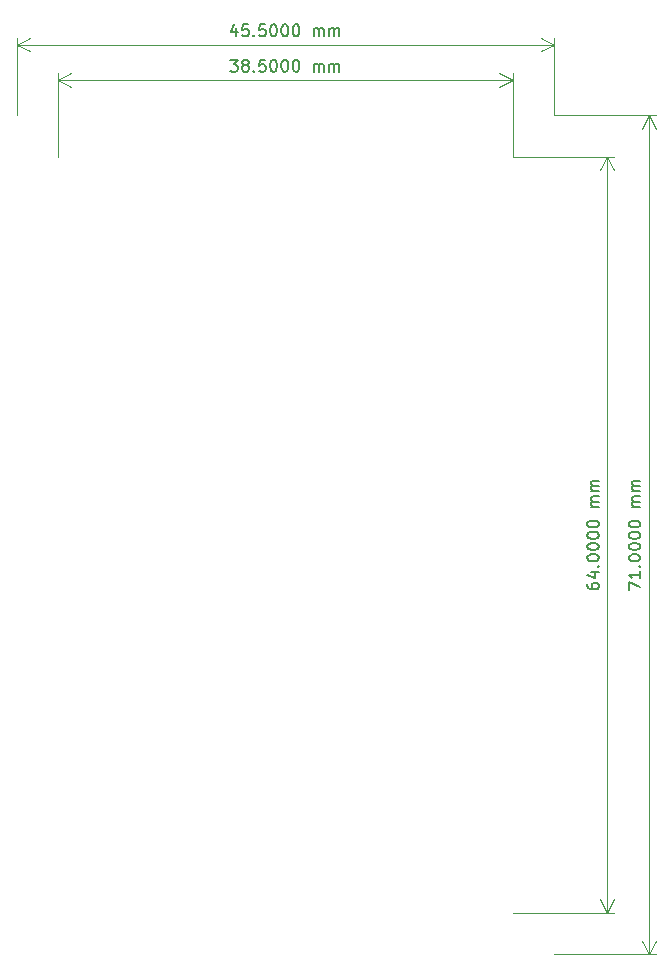
<source format=gbr>
%TF.GenerationSoftware,KiCad,Pcbnew,(6.0.7)*%
%TF.CreationDate,2022-08-05T13:32:27+01:00*%
%TF.ProjectId,ir_sensor,69725f73-656e-4736-9f72-2e6b69636164,rev?*%
%TF.SameCoordinates,Original*%
%TF.FileFunction,Other,ECO1*%
%FSLAX46Y46*%
G04 Gerber Fmt 4.6, Leading zero omitted, Abs format (unit mm)*
G04 Created by KiCad (PCBNEW (6.0.7)) date 2022-08-05 13:32:27*
%MOMM*%
%LPD*%
G01*
G04 APERTURE LIST*
%ADD10C,0.150000*%
%ADD11C,0.120000*%
G04 APERTURE END LIST*
D10*
X100607142Y-18135714D02*
X100607142Y-18802380D01*
X100369047Y-17754761D02*
X100130952Y-18469047D01*
X100750000Y-18469047D01*
X101607142Y-17802380D02*
X101130952Y-17802380D01*
X101083333Y-18278571D01*
X101130952Y-18230952D01*
X101226190Y-18183333D01*
X101464285Y-18183333D01*
X101559523Y-18230952D01*
X101607142Y-18278571D01*
X101654761Y-18373809D01*
X101654761Y-18611904D01*
X101607142Y-18707142D01*
X101559523Y-18754761D01*
X101464285Y-18802380D01*
X101226190Y-18802380D01*
X101130952Y-18754761D01*
X101083333Y-18707142D01*
X102083333Y-18707142D02*
X102130952Y-18754761D01*
X102083333Y-18802380D01*
X102035714Y-18754761D01*
X102083333Y-18707142D01*
X102083333Y-18802380D01*
X103035714Y-17802380D02*
X102559523Y-17802380D01*
X102511904Y-18278571D01*
X102559523Y-18230952D01*
X102654761Y-18183333D01*
X102892857Y-18183333D01*
X102988095Y-18230952D01*
X103035714Y-18278571D01*
X103083333Y-18373809D01*
X103083333Y-18611904D01*
X103035714Y-18707142D01*
X102988095Y-18754761D01*
X102892857Y-18802380D01*
X102654761Y-18802380D01*
X102559523Y-18754761D01*
X102511904Y-18707142D01*
X103702380Y-17802380D02*
X103797619Y-17802380D01*
X103892857Y-17850000D01*
X103940476Y-17897619D01*
X103988095Y-17992857D01*
X104035714Y-18183333D01*
X104035714Y-18421428D01*
X103988095Y-18611904D01*
X103940476Y-18707142D01*
X103892857Y-18754761D01*
X103797619Y-18802380D01*
X103702380Y-18802380D01*
X103607142Y-18754761D01*
X103559523Y-18707142D01*
X103511904Y-18611904D01*
X103464285Y-18421428D01*
X103464285Y-18183333D01*
X103511904Y-17992857D01*
X103559523Y-17897619D01*
X103607142Y-17850000D01*
X103702380Y-17802380D01*
X104654761Y-17802380D02*
X104750000Y-17802380D01*
X104845238Y-17850000D01*
X104892857Y-17897619D01*
X104940476Y-17992857D01*
X104988095Y-18183333D01*
X104988095Y-18421428D01*
X104940476Y-18611904D01*
X104892857Y-18707142D01*
X104845238Y-18754761D01*
X104750000Y-18802380D01*
X104654761Y-18802380D01*
X104559523Y-18754761D01*
X104511904Y-18707142D01*
X104464285Y-18611904D01*
X104416666Y-18421428D01*
X104416666Y-18183333D01*
X104464285Y-17992857D01*
X104511904Y-17897619D01*
X104559523Y-17850000D01*
X104654761Y-17802380D01*
X105607142Y-17802380D02*
X105702380Y-17802380D01*
X105797619Y-17850000D01*
X105845238Y-17897619D01*
X105892857Y-17992857D01*
X105940476Y-18183333D01*
X105940476Y-18421428D01*
X105892857Y-18611904D01*
X105845238Y-18707142D01*
X105797619Y-18754761D01*
X105702380Y-18802380D01*
X105607142Y-18802380D01*
X105511904Y-18754761D01*
X105464285Y-18707142D01*
X105416666Y-18611904D01*
X105369047Y-18421428D01*
X105369047Y-18183333D01*
X105416666Y-17992857D01*
X105464285Y-17897619D01*
X105511904Y-17850000D01*
X105607142Y-17802380D01*
X107130952Y-18802380D02*
X107130952Y-18135714D01*
X107130952Y-18230952D02*
X107178571Y-18183333D01*
X107273809Y-18135714D01*
X107416666Y-18135714D01*
X107511904Y-18183333D01*
X107559523Y-18278571D01*
X107559523Y-18802380D01*
X107559523Y-18278571D02*
X107607142Y-18183333D01*
X107702380Y-18135714D01*
X107845238Y-18135714D01*
X107940476Y-18183333D01*
X107988095Y-18278571D01*
X107988095Y-18802380D01*
X108464285Y-18802380D02*
X108464285Y-18135714D01*
X108464285Y-18230952D02*
X108511904Y-18183333D01*
X108607142Y-18135714D01*
X108750000Y-18135714D01*
X108845238Y-18183333D01*
X108892857Y-18278571D01*
X108892857Y-18802380D01*
X108892857Y-18278571D02*
X108940476Y-18183333D01*
X109035714Y-18135714D01*
X109178571Y-18135714D01*
X109273809Y-18183333D01*
X109321428Y-18278571D01*
X109321428Y-18802380D01*
D11*
X127500000Y-25500000D02*
X127500000Y-18913580D01*
X82000000Y-25500000D02*
X82000000Y-18913580D01*
X127500000Y-19500000D02*
X82000000Y-19500000D01*
X127500000Y-19500000D02*
X82000000Y-19500000D01*
X127500000Y-19500000D02*
X126373496Y-18913579D01*
X127500000Y-19500000D02*
X126373496Y-20086421D01*
X82000000Y-19500000D02*
X83126504Y-20086421D01*
X82000000Y-19500000D02*
X83126504Y-18913579D01*
D10*
X133802380Y-65666666D02*
X133802380Y-65000000D01*
X134802380Y-65428571D01*
X134802380Y-64095238D02*
X134802380Y-64666666D01*
X134802380Y-64380952D02*
X133802380Y-64380952D01*
X133945238Y-64476190D01*
X134040476Y-64571428D01*
X134088095Y-64666666D01*
X134707142Y-63666666D02*
X134754761Y-63619047D01*
X134802380Y-63666666D01*
X134754761Y-63714285D01*
X134707142Y-63666666D01*
X134802380Y-63666666D01*
X133802380Y-63000000D02*
X133802380Y-62904761D01*
X133850000Y-62809523D01*
X133897619Y-62761904D01*
X133992857Y-62714285D01*
X134183333Y-62666666D01*
X134421428Y-62666666D01*
X134611904Y-62714285D01*
X134707142Y-62761904D01*
X134754761Y-62809523D01*
X134802380Y-62904761D01*
X134802380Y-63000000D01*
X134754761Y-63095238D01*
X134707142Y-63142857D01*
X134611904Y-63190476D01*
X134421428Y-63238095D01*
X134183333Y-63238095D01*
X133992857Y-63190476D01*
X133897619Y-63142857D01*
X133850000Y-63095238D01*
X133802380Y-63000000D01*
X133802380Y-62047619D02*
X133802380Y-61952380D01*
X133850000Y-61857142D01*
X133897619Y-61809523D01*
X133992857Y-61761904D01*
X134183333Y-61714285D01*
X134421428Y-61714285D01*
X134611904Y-61761904D01*
X134707142Y-61809523D01*
X134754761Y-61857142D01*
X134802380Y-61952380D01*
X134802380Y-62047619D01*
X134754761Y-62142857D01*
X134707142Y-62190476D01*
X134611904Y-62238095D01*
X134421428Y-62285714D01*
X134183333Y-62285714D01*
X133992857Y-62238095D01*
X133897619Y-62190476D01*
X133850000Y-62142857D01*
X133802380Y-62047619D01*
X133802380Y-61095238D02*
X133802380Y-61000000D01*
X133850000Y-60904761D01*
X133897619Y-60857142D01*
X133992857Y-60809523D01*
X134183333Y-60761904D01*
X134421428Y-60761904D01*
X134611904Y-60809523D01*
X134707142Y-60857142D01*
X134754761Y-60904761D01*
X134802380Y-61000000D01*
X134802380Y-61095238D01*
X134754761Y-61190476D01*
X134707142Y-61238095D01*
X134611904Y-61285714D01*
X134421428Y-61333333D01*
X134183333Y-61333333D01*
X133992857Y-61285714D01*
X133897619Y-61238095D01*
X133850000Y-61190476D01*
X133802380Y-61095238D01*
X133802380Y-60142857D02*
X133802380Y-60047619D01*
X133850000Y-59952380D01*
X133897619Y-59904761D01*
X133992857Y-59857142D01*
X134183333Y-59809523D01*
X134421428Y-59809523D01*
X134611904Y-59857142D01*
X134707142Y-59904761D01*
X134754761Y-59952380D01*
X134802380Y-60047619D01*
X134802380Y-60142857D01*
X134754761Y-60238095D01*
X134707142Y-60285714D01*
X134611904Y-60333333D01*
X134421428Y-60380952D01*
X134183333Y-60380952D01*
X133992857Y-60333333D01*
X133897619Y-60285714D01*
X133850000Y-60238095D01*
X133802380Y-60142857D01*
X134802380Y-58619047D02*
X134135714Y-58619047D01*
X134230952Y-58619047D02*
X134183333Y-58571428D01*
X134135714Y-58476190D01*
X134135714Y-58333333D01*
X134183333Y-58238095D01*
X134278571Y-58190476D01*
X134802380Y-58190476D01*
X134278571Y-58190476D02*
X134183333Y-58142857D01*
X134135714Y-58047619D01*
X134135714Y-57904761D01*
X134183333Y-57809523D01*
X134278571Y-57761904D01*
X134802380Y-57761904D01*
X134802380Y-57285714D02*
X134135714Y-57285714D01*
X134230952Y-57285714D02*
X134183333Y-57238095D01*
X134135714Y-57142857D01*
X134135714Y-57000000D01*
X134183333Y-56904761D01*
X134278571Y-56857142D01*
X134802380Y-56857142D01*
X134278571Y-56857142D02*
X134183333Y-56809523D01*
X134135714Y-56714285D01*
X134135714Y-56571428D01*
X134183333Y-56476190D01*
X134278571Y-56428571D01*
X134802380Y-56428571D01*
D11*
X127500000Y-25500000D02*
X136086420Y-25500000D01*
X127500000Y-96500000D02*
X136086420Y-96500000D01*
X135500000Y-25500000D02*
X135500000Y-96500000D01*
X135500000Y-25500000D02*
X135500000Y-96500000D01*
X135500000Y-25500000D02*
X134913579Y-26626504D01*
X135500000Y-25500000D02*
X136086421Y-26626504D01*
X135500000Y-96500000D02*
X136086421Y-95373496D01*
X135500000Y-96500000D02*
X134913579Y-95373496D01*
D10*
X130302380Y-65142857D02*
X130302380Y-65333333D01*
X130350000Y-65428571D01*
X130397619Y-65476190D01*
X130540476Y-65571428D01*
X130730952Y-65619047D01*
X131111904Y-65619047D01*
X131207142Y-65571428D01*
X131254761Y-65523809D01*
X131302380Y-65428571D01*
X131302380Y-65238095D01*
X131254761Y-65142857D01*
X131207142Y-65095238D01*
X131111904Y-65047619D01*
X130873809Y-65047619D01*
X130778571Y-65095238D01*
X130730952Y-65142857D01*
X130683333Y-65238095D01*
X130683333Y-65428571D01*
X130730952Y-65523809D01*
X130778571Y-65571428D01*
X130873809Y-65619047D01*
X130635714Y-64190476D02*
X131302380Y-64190476D01*
X130254761Y-64428571D02*
X130969047Y-64666666D01*
X130969047Y-64047619D01*
X131207142Y-63666666D02*
X131254761Y-63619047D01*
X131302380Y-63666666D01*
X131254761Y-63714285D01*
X131207142Y-63666666D01*
X131302380Y-63666666D01*
X130302380Y-63000000D02*
X130302380Y-62904761D01*
X130350000Y-62809523D01*
X130397619Y-62761904D01*
X130492857Y-62714285D01*
X130683333Y-62666666D01*
X130921428Y-62666666D01*
X131111904Y-62714285D01*
X131207142Y-62761904D01*
X131254761Y-62809523D01*
X131302380Y-62904761D01*
X131302380Y-63000000D01*
X131254761Y-63095238D01*
X131207142Y-63142857D01*
X131111904Y-63190476D01*
X130921428Y-63238095D01*
X130683333Y-63238095D01*
X130492857Y-63190476D01*
X130397619Y-63142857D01*
X130350000Y-63095238D01*
X130302380Y-63000000D01*
X130302380Y-62047619D02*
X130302380Y-61952380D01*
X130350000Y-61857142D01*
X130397619Y-61809523D01*
X130492857Y-61761904D01*
X130683333Y-61714285D01*
X130921428Y-61714285D01*
X131111904Y-61761904D01*
X131207142Y-61809523D01*
X131254761Y-61857142D01*
X131302380Y-61952380D01*
X131302380Y-62047619D01*
X131254761Y-62142857D01*
X131207142Y-62190476D01*
X131111904Y-62238095D01*
X130921428Y-62285714D01*
X130683333Y-62285714D01*
X130492857Y-62238095D01*
X130397619Y-62190476D01*
X130350000Y-62142857D01*
X130302380Y-62047619D01*
X130302380Y-61095238D02*
X130302380Y-61000000D01*
X130350000Y-60904761D01*
X130397619Y-60857142D01*
X130492857Y-60809523D01*
X130683333Y-60761904D01*
X130921428Y-60761904D01*
X131111904Y-60809523D01*
X131207142Y-60857142D01*
X131254761Y-60904761D01*
X131302380Y-61000000D01*
X131302380Y-61095238D01*
X131254761Y-61190476D01*
X131207142Y-61238095D01*
X131111904Y-61285714D01*
X130921428Y-61333333D01*
X130683333Y-61333333D01*
X130492857Y-61285714D01*
X130397619Y-61238095D01*
X130350000Y-61190476D01*
X130302380Y-61095238D01*
X130302380Y-60142857D02*
X130302380Y-60047619D01*
X130350000Y-59952380D01*
X130397619Y-59904761D01*
X130492857Y-59857142D01*
X130683333Y-59809523D01*
X130921428Y-59809523D01*
X131111904Y-59857142D01*
X131207142Y-59904761D01*
X131254761Y-59952380D01*
X131302380Y-60047619D01*
X131302380Y-60142857D01*
X131254761Y-60238095D01*
X131207142Y-60285714D01*
X131111904Y-60333333D01*
X130921428Y-60380952D01*
X130683333Y-60380952D01*
X130492857Y-60333333D01*
X130397619Y-60285714D01*
X130350000Y-60238095D01*
X130302380Y-60142857D01*
X131302380Y-58619047D02*
X130635714Y-58619047D01*
X130730952Y-58619047D02*
X130683333Y-58571428D01*
X130635714Y-58476190D01*
X130635714Y-58333333D01*
X130683333Y-58238095D01*
X130778571Y-58190476D01*
X131302380Y-58190476D01*
X130778571Y-58190476D02*
X130683333Y-58142857D01*
X130635714Y-58047619D01*
X130635714Y-57904761D01*
X130683333Y-57809523D01*
X130778571Y-57761904D01*
X131302380Y-57761904D01*
X131302380Y-57285714D02*
X130635714Y-57285714D01*
X130730952Y-57285714D02*
X130683333Y-57238095D01*
X130635714Y-57142857D01*
X130635714Y-57000000D01*
X130683333Y-56904761D01*
X130778571Y-56857142D01*
X131302380Y-56857142D01*
X130778571Y-56857142D02*
X130683333Y-56809523D01*
X130635714Y-56714285D01*
X130635714Y-56571428D01*
X130683333Y-56476190D01*
X130778571Y-56428571D01*
X131302380Y-56428571D01*
D11*
X124000000Y-29000000D02*
X132586420Y-29000000D01*
X124000000Y-93000000D02*
X132586420Y-93000000D01*
X132000000Y-29000000D02*
X132000000Y-93000000D01*
X132000000Y-29000000D02*
X132000000Y-93000000D01*
X132000000Y-29000000D02*
X131413579Y-30126504D01*
X132000000Y-29000000D02*
X132586421Y-30126504D01*
X132000000Y-93000000D02*
X132586421Y-91873496D01*
X132000000Y-93000000D02*
X131413579Y-91873496D01*
D10*
X100083333Y-20802380D02*
X100702380Y-20802380D01*
X100369047Y-21183333D01*
X100511904Y-21183333D01*
X100607142Y-21230952D01*
X100654761Y-21278571D01*
X100702380Y-21373809D01*
X100702380Y-21611904D01*
X100654761Y-21707142D01*
X100607142Y-21754761D01*
X100511904Y-21802380D01*
X100226190Y-21802380D01*
X100130952Y-21754761D01*
X100083333Y-21707142D01*
X101273809Y-21230952D02*
X101178571Y-21183333D01*
X101130952Y-21135714D01*
X101083333Y-21040476D01*
X101083333Y-20992857D01*
X101130952Y-20897619D01*
X101178571Y-20850000D01*
X101273809Y-20802380D01*
X101464285Y-20802380D01*
X101559523Y-20850000D01*
X101607142Y-20897619D01*
X101654761Y-20992857D01*
X101654761Y-21040476D01*
X101607142Y-21135714D01*
X101559523Y-21183333D01*
X101464285Y-21230952D01*
X101273809Y-21230952D01*
X101178571Y-21278571D01*
X101130952Y-21326190D01*
X101083333Y-21421428D01*
X101083333Y-21611904D01*
X101130952Y-21707142D01*
X101178571Y-21754761D01*
X101273809Y-21802380D01*
X101464285Y-21802380D01*
X101559523Y-21754761D01*
X101607142Y-21707142D01*
X101654761Y-21611904D01*
X101654761Y-21421428D01*
X101607142Y-21326190D01*
X101559523Y-21278571D01*
X101464285Y-21230952D01*
X102083333Y-21707142D02*
X102130952Y-21754761D01*
X102083333Y-21802380D01*
X102035714Y-21754761D01*
X102083333Y-21707142D01*
X102083333Y-21802380D01*
X103035714Y-20802380D02*
X102559523Y-20802380D01*
X102511904Y-21278571D01*
X102559523Y-21230952D01*
X102654761Y-21183333D01*
X102892857Y-21183333D01*
X102988095Y-21230952D01*
X103035714Y-21278571D01*
X103083333Y-21373809D01*
X103083333Y-21611904D01*
X103035714Y-21707142D01*
X102988095Y-21754761D01*
X102892857Y-21802380D01*
X102654761Y-21802380D01*
X102559523Y-21754761D01*
X102511904Y-21707142D01*
X103702380Y-20802380D02*
X103797619Y-20802380D01*
X103892857Y-20850000D01*
X103940476Y-20897619D01*
X103988095Y-20992857D01*
X104035714Y-21183333D01*
X104035714Y-21421428D01*
X103988095Y-21611904D01*
X103940476Y-21707142D01*
X103892857Y-21754761D01*
X103797619Y-21802380D01*
X103702380Y-21802380D01*
X103607142Y-21754761D01*
X103559523Y-21707142D01*
X103511904Y-21611904D01*
X103464285Y-21421428D01*
X103464285Y-21183333D01*
X103511904Y-20992857D01*
X103559523Y-20897619D01*
X103607142Y-20850000D01*
X103702380Y-20802380D01*
X104654761Y-20802380D02*
X104750000Y-20802380D01*
X104845238Y-20850000D01*
X104892857Y-20897619D01*
X104940476Y-20992857D01*
X104988095Y-21183333D01*
X104988095Y-21421428D01*
X104940476Y-21611904D01*
X104892857Y-21707142D01*
X104845238Y-21754761D01*
X104750000Y-21802380D01*
X104654761Y-21802380D01*
X104559523Y-21754761D01*
X104511904Y-21707142D01*
X104464285Y-21611904D01*
X104416666Y-21421428D01*
X104416666Y-21183333D01*
X104464285Y-20992857D01*
X104511904Y-20897619D01*
X104559523Y-20850000D01*
X104654761Y-20802380D01*
X105607142Y-20802380D02*
X105702380Y-20802380D01*
X105797619Y-20850000D01*
X105845238Y-20897619D01*
X105892857Y-20992857D01*
X105940476Y-21183333D01*
X105940476Y-21421428D01*
X105892857Y-21611904D01*
X105845238Y-21707142D01*
X105797619Y-21754761D01*
X105702380Y-21802380D01*
X105607142Y-21802380D01*
X105511904Y-21754761D01*
X105464285Y-21707142D01*
X105416666Y-21611904D01*
X105369047Y-21421428D01*
X105369047Y-21183333D01*
X105416666Y-20992857D01*
X105464285Y-20897619D01*
X105511904Y-20850000D01*
X105607142Y-20802380D01*
X107130952Y-21802380D02*
X107130952Y-21135714D01*
X107130952Y-21230952D02*
X107178571Y-21183333D01*
X107273809Y-21135714D01*
X107416666Y-21135714D01*
X107511904Y-21183333D01*
X107559523Y-21278571D01*
X107559523Y-21802380D01*
X107559523Y-21278571D02*
X107607142Y-21183333D01*
X107702380Y-21135714D01*
X107845238Y-21135714D01*
X107940476Y-21183333D01*
X107988095Y-21278571D01*
X107988095Y-21802380D01*
X108464285Y-21802380D02*
X108464285Y-21135714D01*
X108464285Y-21230952D02*
X108511904Y-21183333D01*
X108607142Y-21135714D01*
X108750000Y-21135714D01*
X108845238Y-21183333D01*
X108892857Y-21278571D01*
X108892857Y-21802380D01*
X108892857Y-21278571D02*
X108940476Y-21183333D01*
X109035714Y-21135714D01*
X109178571Y-21135714D01*
X109273809Y-21183333D01*
X109321428Y-21278571D01*
X109321428Y-21802380D01*
D11*
X124000000Y-29000000D02*
X124000000Y-21913580D01*
X85500000Y-29000000D02*
X85500000Y-21913580D01*
X124000000Y-22500000D02*
X85500000Y-22500000D01*
X124000000Y-22500000D02*
X85500000Y-22500000D01*
X124000000Y-22500000D02*
X122873496Y-21913579D01*
X124000000Y-22500000D02*
X122873496Y-23086421D01*
X85500000Y-22500000D02*
X86626504Y-23086421D01*
X85500000Y-22500000D02*
X86626504Y-21913579D01*
M02*

</source>
